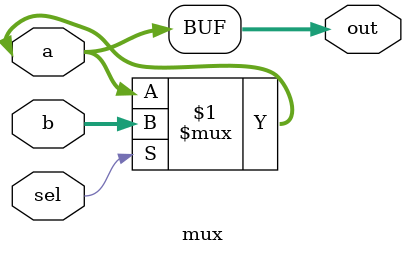
<source format=v>
module mux( 
input [4:0] a, b,
input sel,
output [4:0] out );
// When sel=0, assign a to out. 
// When sel=1, assign b to out. 
assign out = a;

// When sel=0, assign a to out. 
// When sel=1, assign b to out. 
assign out = sel ? b : a;
endmodule

</source>
